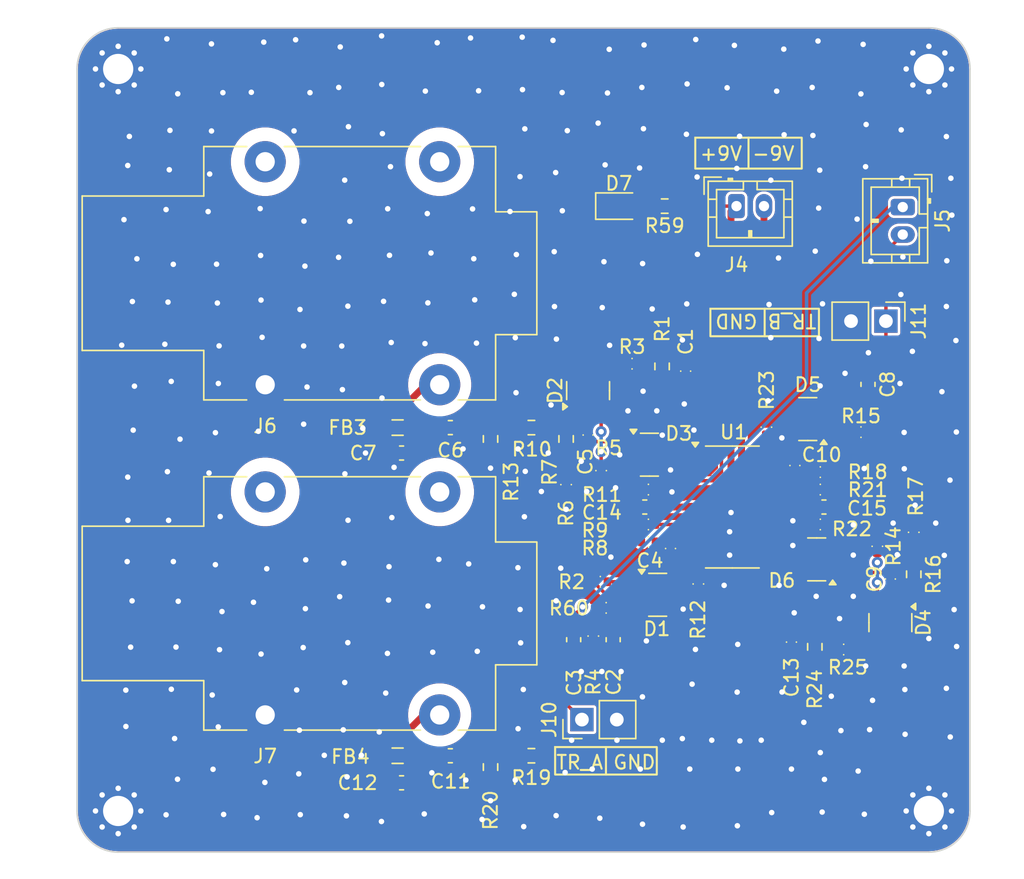
<source format=kicad_pcb>
(kicad_pcb (version 20241229) (generator "pcbnew") (generator_version "9.0")
  (layers (0 "F.Cu" signal) (4 "In1.Cu" power) (6 "In2.Cu" power) (2 "B.Cu" signal) (13 "F.Paste" user) (15 "B.Paste" user) (5 "F.SilkS" user "F.Silkscreen") (7 "B.SilkS" user "B.Silkscreen") (1 "F.Mask" user) (3 "B.Mask" user) (25 "Edge.Cuts" user))
  (net 0 "")
  (net 1 "GND")
  (net 2 "/TriggerPair/TRIG_A_OUT")
  (net 3 "/TriggerPair/TRIG_A_IN")
  (net 4 "Net-(C4-Pad2)")
  (net 5 "Net-(C6-Pad2)")
  (net 6 "/TriggerPair/TRIG_B_OUT")
  (net 7 "Net-(C9-Pad2)")
  (net 8 "Net-(C10-Pad2)")
  (net 9 "/TriggerPair/TRIG_B_IN")
  (net 10 "+9V")
  (net 11 "-9V")
  (net 12 "Net-(D7-A)")
  (net 13 "Net-(D1-A)")
  (net 14 "Net-(C6-Pad1)")
  (net 15 "Net-(C11-Pad1)")
  (net 16 "Net-(D6-A)")
  (net 17 "Net-(D2-A)")
  (net 18 "Net-(D2-K-Pad1)")
  (net 19 "Net-(D4-A)")
  (net 20 "Net-(D4-K-Pad1)")
  (net 21 "Net-(D3-A)")
  (net 22 "Net-(U1A--)")
  (net 23 "Net-(U1B--)")
  (net 24 "Net-(C5-Pad2)")
  (net 25 "Net-(U1C--)")
  (net 26 "Net-(U1D--)")
  (net 27 "Net-(C11-Pad2)")
  (net 28 "Net-(D3-K-Pad3)")
  (net 29 "Net-(D6-K-Pad3)")
  (net 30 "Net-(U1B-+)")
  (net 31 "Net-(U1D-+)")
  (footprint "R_0402_custom:R_0402_1005Metric" (layer "F.Cu") (at 127.257849 75.210791)
    (property "Reference" "R25")
    (property "Value" "10k")
  )
  (footprint "C_0402_custom:C_0402_1005Metric" (layer "F.Cu") (at 123.457849 74.670791 -90)
    (property "Reference" "C13")
    (property "Value" "22pF")
  )
  (footprint "Resistor_SMD:R_0603_1608Metric" (layer "F.Cu") (at 101.557849 83.765791 90)
    (property "Reference" "R20")
    (property "Value" "100k")
  )
  (footprint "C_0402_custom:C_0402_1005Metric" (layer "F.Cu") (at 108.657849 59.600791 -90)
    (property "Reference" "C5")
    (property "Value" "22pF")
  )
  (footprint "Inductor_SMD:L_0805_2012Metric" (layer "F.Cu") (at 94.795349 82.940791)
    (property "Reference" "FB4")
    (property "Value" "FerriteBead_Small")
  )
  (footprint "R_0402_custom:R_0402_1005Metric" (layer "F.Cu") (at 125.557849 63.570791 180)
    (property "Reference" "R21")
    (property "Value" "22k")
  )
  (footprint "R_0402_custom:R_0402_1005Metric" (layer "F.Cu") (at 116.682849 70.440791 90)
    (property "Reference" "R12")
    (property "Value" "22k")
  )
  (footprint "Resistor_SMD:R_0603_1608Metric" (layer "F.Cu") (at 101.557849 59.885791 90)
    (property "Reference" "R13")
    (property "Value" "100k")
  )
  (footprint "LED_SMD:LED_0805_2012Metric" (layer "F.Cu") (at 110.895349 42.940791)
    (property "Reference" "D7")
    (property "Value" "KT-0805G")
  )
  (footprint "R_0402_custom:R_0402_1005Metric" (layer "F.Cu") (at 128.517849 59.390791)
    (property "Reference" "R15")
    (property "Value" "22k")
  )
  (footprint "C_0402_custom:C_0402_1005Metric" (layer "F.Cu") (at 130.657849 70.080791 90)
    (property "Reference" "C9")
    (property "Value" "22pF")
  )
  (footprint "Capacitor_SMD:C_0603_1608Metric" (layer "F.Cu") (at 112.782849 64.840791 180)
    (property "Reference" "C14")
    (property "Value" "1uF")
  )
  (footprint "Inductor_SMD:L_0805_2012Metric" (layer "F.Cu") (at 94.795349 59.060791)
    (property "Reference" "FB3")
    (property "Value" "FerriteBead_Small")
  )
  (footprint "MountingHole:MountingHole_2.2mm_M2_Pad_Via" (layer "F.Cu") (at 74.457849 32.960791)
    (property "Reference" "H1" (hide yes))
    (property "Value" "MountingHole_Pad")
  )
  (footprint "Package_TO_SOT_SMD:SOT-23" (layer "F.Cu") (at 113.720349 71.228291)
    (property "Reference" "D1")
    (property "Value" "BAV99,215")
  )
  (footprint "Package_TO_SOT_SMD:SOT-23" (layer "F.Cu") (at 125.295349 68.650791 180)
    (property "Reference" "D6")
    (property "Value" "BAV99,215")
  )
  (footprint "R_0402_custom:R_0402_1005Metric" (layer "F.Cu") (at 132.357849 66.680791 -90)
    (property "Reference" "R17")
    (property "Value" "1k")
  )
  (footprint "Resistor_SMD:R_0603_1608Metric" (layer "F.Cu") (at 125.157849 75.015791 90)
    (property "Reference" "R24")
    (property "Value" "68k")
  )
  (footprint "R_0402_custom:R_0402_1005Metric" (layer "F.Cu") (at 111.857849 54.410791 180)
    (property "Reference" "R3")
    (property "Value" "10k")
  )
  (footprint "Resistor_SMD:R_0603_1608Metric" (layer "F.Cu") (at 114.232849 42.940791 180)
    (property "Reference" "R59")
    (property "Value" "1.5k")
  )
  (footprint "Capacitor_SMD:C_0603_1608Metric" (layer "F.Cu") (at 98.632849 82.940791)
    (property "Reference" "C11")
    (property "Value" "220nF")
  )
  (footprint "Connector_Audio:Jack_6.35mm_Neutrik_NMJ4HFD2_Horizontal" (layer "F.Cu") (at 97.857849 55.940791 180)
    (property "Reference" "J6")
    (property "Value" "AudioJack2")
  )
  (footprint "C_0402_custom:C_0402_1005Metric" (layer "F.Cu") (at 114.657849 67.860791 -90)
    (property "Reference" "C4")
    (property "Value" "22pF")
  )
  (footprint "Connector_JST:JST_PH_B2B-PH-K_1x02_P2.00mm_Vertical" (layer "F.Cu") (at 119.457849 42.940791)
    (property "Reference" "J4")
    (property "Value" "Conn_01x02_Pin")
  )
  (footprint "R_0402_custom:R_0402_1005Metric" (layer "F.Cu") (at 121.632849 59.030791 -90)
    (property "Reference" "R23")
    (property "Value" "22k")
  )
  (footprint "R_0402_custom:R_0402_1005Metric" (layer "F.Cu") (at 109.607849 62.190791 -90)
    (property "Reference" "R5")
    (property "Value" "10k")
  )
  (footprint "Resistor_SMD:R_0603_1608Metric" (layer "F.Cu") (at 107.057849 59.885791 90)
    (property "Reference" "R7")
    (property "Value" "68k")
  )
  (footprint "Capacitor_SMD:C_0603_1608Metric" (layer "F.Cu") (at 129.027849 55.915793 -90)
    (property "Reference" "C8")
    (property "Value" "220nF")
  )
  (footprint "R_0402_custom:R_0402_1005Metric" (layer "F.Cu") (at 125.557849 62.300791 180)
    (property "Reference" "R18")
    (property "Value" "22k")
  )
  (footprint "R_0402_custom:R_0402_1005Metric" (layer "F.Cu") (at 109.972849 72.178291 180)
    (property "Reference" "R60")
    (property "Value" "100")
  )
  (footprint "MountingHole:MountingHole_2.2mm_M2_Pad_Via" (layer "F.Cu") (at 133.457849 32.960791)
    (property "Reference" "H2" (hide yes))
    (property "Value" "MountingHole_Pad")
  )
  (footprint "Resistor_SMD:R_0603_1608Metric" (layer "F.Cu") (at 104.532849 59.060791 180)
    (property "Reference" "R10")
    (property "Value" "100k")
  )
  (footprint "R_0402_custom:R_0402_1005Metric" (layer "F.Cu") (at 125.557849 66.110791 180)
    (property "Reference" "R22")
    (property "Value" "1k")
  )
  (footprint "Connector_PinHeader_2.54mm:PinHeader_1x02_P2.54mm_Vertical" (layer "F.Cu") (at 130.332849 51.310791 -90)
    (property "Reference" "J11")
    (property "Value" "Conn_01x02_Pin")
  )
  (footprint "R_0402_custom:R_0402_1005Metric" (layer "F.Cu") (at 113.047849 63.570791)
    (property "Reference" "R11")
    (property "Value" "1k")
  )
  (footprint "Capacitor_SMD:C_0603_1608Metric" (layer "F.Cu") (at 125.822849 64.840791)
    (property "Reference" "C15")
    (property "Value" "1uF")
  )
  (footprint "R_0402_custom:R_0402_1005Metric" (layer "F.Cu") (at 129.707849 67.700791 -90)
    (property "Reference" "R14")
    (property "Value" "10k")
  )
  (footprint "R_0402_custom:R_0402_1005Metric" (layer "F.Cu") (at 109.037849 74.230791 90)
    (property "Reference" "R4")
    (property "Value" "100")
  )
  (footprint "Capacitor_SMD:C_0603_1608Metric" (layer "F.Cu") (at 107.607849 74.495791 90)
    (property "Reference" "C3")
    (property "Value" "1nF")
  )
  (footprint "Package_TO_SOT_SMD:SOT-23" (layer "F.Cu") (at 124.645349 58.440791 180)
    (property "Reference" "D5")
    (property "Value" "BAV99,215")
  )
  (footprint "R_0402_custom:R_0402_1005Metric" (layer "F.Cu") (at 113.047849 67.380791)
    (property "Reference" "R8")
    (property "Value" "22k")
  )
  (footprint "Package_TO_SOT_SMD:SOT-23" (layer "F.Cu") (at 130.657849 73.253291 -90)
    (property "Reference" "D4")
    (property "Value" "BAV99,215")
  )
  (footprint "C_0402_custom:C_0402_1005Metric" (layer "F.Cu") (at 115.757849 54.950791 90)
    (property "Reference" "C1")
    (property "Value" "22pF")
  )
  (footprint "Capacitor_SMD:C_0603_1608Metric" (layer "F.Cu") (at 95.082849 84.910791)
    (property "Reference" "C12")
    (property "Value" "100pF")
  )
  (footprint "Connector_PinHeader_2.54mm:PinHeader_1x02_P2.54mm_Vertical" (layer "F.Cu") (at 108.207849 80.310791 90)
    (property "Reference" "J10")
    (property "Value" "Conn_01x02_Pin")
  )
  (footprint "Capacitor_SMD:C_0603_1608Metric" (layer "F.Cu") (at 95.082849 60.910791)
    (property "Reference" "C7")
    (property "Value" "100pF")
  )
  (footprint "Capacitor_SMD:C_0603_1608Metric" (layer "F.Cu") (at 98.632849 59.060791)
    (property "Reference" "C6")
    (property "Value" "220nF")
  )
  (footprint "R_0402_custom:R_0402_1005Metric" (layer "F.Cu") (at 109.547849 70.278291 180)
    (property "Reference" "R2")
    (property "Value" "22k")
  )
  (footprint "C_0402_custom:C_0402_1005Metric" (layer "F.Cu") (at 123.707849 61.820791 90)
    (property "Reference" "C10")
    (property "Value" "22pF")
  )
  (footprint "Package_TO_SOT_SMD:SOT-23" (layer "F.Cu") (at 108.657849 56.368291 90)
    (property "Reference" "D2")
    (property "Value" "BAV99,215")
  )
  (footprint "Resistor_SMD:R_0603_1608Metric" (layer "F.Cu") (at 132.357849 69.735791 -90)
    (property "Reference" "R16")
    (property "Value" "68k")
  )
  (footprint "Resistor_SMD:R_0603_1608Metric" (layer "F.Cu") (at 114.042849 54.605791 -90)
    (property "Reference" "R1")
    (property "Value" "68k")
  )
  (footprint "MountingHole:MountingHole_2.2mm_M2_Pad_Via" (layer "F.Cu") (at 74.457849 86.960791)
    (property "Reference" "H4" (hide yes))
    (property "Value" "MountingHole_Pad")
  )
  (footprint "Package_TO_SOT_SMD:SOT-23" (layer "F.Cu") (at 113.120349 61.030791)
    (property "Reference" "D3")
    (property "Value" "BAV99,215")
  )
  (footprint "Package_SO:SOIC-14_3.9x8.7mm_P1.27mm" (layer "F.Cu") (at 119.157849 64.840791)
    (property "Reference" "U1")
    (property "Value" "LM2902PWR")
  )
  (footprint "Connector_Audio:Jack_6.35mm_Neutrik_NMJ4HFD2_Horizontal" (layer "F.Cu") (at 97.857849 79.970791 180)
    (property "Reference" "J7")
    (property "Value" "AudioJack2")
  )
  (footprint "R_0402_custom:R_0402_1005Metric" (layer "F.Cu") (at 113.047849 66.110791)
    (property "Reference" "R9")
    (property "Value" "22k")
  )
  (footprint "Connector_JST:JST_PH_B2B-PH-K_1x02_P2.00mm_Vertical" (layer "F.Cu") (at 131.557849 43.010791 -90)
    (property "Reference" "J5")
    (property "Value" "Conn_01x02_Pin")
  )
  (footprint "Capacitor_SMD:C_0603_1608Metric" (layer "F.Cu") (at 110.482849 74.495791 90)
    (property "Reference" "C2")
    (property "Value" "220nF")
  )
  (footprint "MountingHole:MountingHole_2.2mm_M2_Pad_Via" (layer "F.Cu") (at 133.457849 86.960791)
    (property "Reference" "H3" (hide yes))
    (property "Value" "MountingHole_Pad")
  )
  (footprint "R_0402_custom:R_0402_1005Metric" (layer "F.Cu") (at 107.057849 63.210791 90)
    (property "Reference" "R6")
    (property "Value" "1k")
  )
  (footprint "Resistor_SMD:R_0603_1608Metric" (layer "F.Cu") (at 104.532849 82.940791 180)
    (property "Reference" "R19")
    (property "Value" "100k")
  )
  (gr_line (start 109.957849 84.310791) (end 109.957849 82.310791) (stroke (width 0.15)) (layer "F.SilkS"))
  (gr_rect (start 106.257849 82.310791) (end 113.657849 84.310791) (stroke (width 0.15)) (fill no) (layer "F.SilkS"))
  (gr_rect (start 116.457849 37.960791) (end 124.207849 40.210791) (stroke (width 0.15)) (fill no) (layer "F.SilkS"))
  (gr_line (start 121.507849 50.410791) (end 121.507849 52.410791) (stroke (width 0.15)) (layer "F.SilkS"))
  (gr_rect (start 125.457849 52.410791) (end 117.557849 50.410791) (stroke (width 0.15)) (fill no) (layer "F.SilkS"))
  (gr_line (start 120.332849 40.210791) (end 120.332849 37.960791) (stroke (width 0.15)) (layer "F.SilkS"))
  (gr_arc (start 74.457849 89.960791) (mid 72.336529 89.082111) (end 71.457849 86.960791) (stroke (width 0.1)) (layer "Edge.Cuts"))
  (gr_arc (start 136.457849 86.960791) (mid 135.579169 89.082111) (end 133.457849 89.960791) (stroke (width 0.1)) (layer "Edge.Cuts"))
  (gr_arc (start 133.457849 29.960791) (mid 135.579169 30.839471) (end 136.457849 32.960791) (stroke (width 0.1)) (layer "Edge.Cuts"))
  (gr_line (start 74.457849 89.960791) (end 133.457849 89.960791) (stroke (width 0.1)) (layer "Edge.Cuts"))
  (gr_line (start 74.457849 29.960791) (end 133.457849 29.960791) (stroke (width 0.1)) (layer "Edge.Cuts"))
  (gr_line (start 136.457849 86.960791) (end 136.457849 32.960791) (stroke (width 0.1)) (layer "Edge.Cuts"))
  (gr_arc (start 71.457849 32.960791) (mid 72.336529 30.839471) (end 74.457849 29.960791) (stroke (width 0.1)) (layer "Edge.Cuts"))
  (gr_line (start 71.457849 86.960791) (end 71.457849 32.960791) (stroke (width 0.1)) (layer "Edge.Cuts"))
  (gr_text "TR_A GND" (at 106.257849 84.010791 0) (layer "F.SilkS") (effects (font (size 1 1)) (justify left bottom)))
  (gr_text "+9V -9V" (at 116.707849 39.710791 0) (layer "F.SilkS") (effects (font (size 1 1)) (justify left bottom)))
  (gr_text "TR_B GND" (at 125.357849 50.710791 180) (layer "F.SilkS") (effects (font (size 1 1)) (justify left bottom)))
  (via (at 81.834417 75.222246) (size 0.8) (drill 0.4) (layers "F.Cu" "B.Cu") (net 1))
  (via (at 133.957849 66.010791) (size 0.8) (drill 0.4) (layers "F.Cu" "B.Cu") (net 1))
  (via (at 127.957849 66.140791) (size 0.8) (drill 0.4) (layers "F.Cu" "B.Cu") (net 1))
  (via (at 119.478756 40.199528) (size 0.8) (drill 0.4) (layers "F.Cu" "B.Cu") (net 1))
  (via (at 125.466189 52.574139) (size 0.8) (drill 0.4) (layers "F.Cu" "B.Cu") (net 1))
  (via (at 78.563335 81.68919) (size 0.8) (drill 0.4) (layers "F.Cu" "B.Cu") (net 1))
  (via (at 119.521082 88.037856) (size 0.8) (drill 0.4) (layers "F.Cu" "B.Cu") (net 1))
  (via (at 93.657849 56.910791) (size 0.8) (drill 0.4) (layers "F.Cu" "B.Cu") (net 1))
  (via (at 90.958513 62.424699) (size 0.8) (drill 0.4) (layers "F.Cu" "B.Cu") (net 1))
  (via (at 112.730718 31.213834) (size 0.8) (drill 0.4) (layers "F.Cu" "B.Cu") (net 1))
  (via (at 112.403904 40.167804) (size 0.8) (drill 0.4) (layers "F.Cu" "B.Cu") (net 1))
  (via (at 123.457849 83.910791) (size 0.8) (drill 0.4) (layers "F.Cu" "B.Cu") (net 1))
  (via (at 103.972335 88.097978) (size 0.8) (drill 0.4) (layers "F.Cu" "B.Cu") (net 1))
  (via (at 106.103837 30.878605) (size 0.8) (drill 0.4) (layers "F.Cu" "B.Cu") (net 1))
  (via (at 81.74193 80.843925) (size 0.8) (drill 0.4) (layers "F.Cu" "B.Cu") (net 1))
  (via (at 106.352327 52.618243) (size 0.8) (drill 0.4) (layers "F.Cu" "B.Cu") (net 1))
  (via (at 90.620295 31.356965) (size 0.8) (drill 0.4) (layers "F.Cu" "B.Cu") (net 1))
  (via (at 121.257849 81.810791) (size 0.8) (drill 0.4) (layers "F.Cu" "B.Cu") (net 1))
  (via (at 81.61861 47.166927) (size 0.8) (drill 0.4) (layers "F.Cu" "B.Cu") (net 1))
  (via (at 115.657849 57.340791) (size 0.8) (drill 0.4) (layers "F.Cu" "B.Cu") (net 1))
  (via (at 131.495799 40.909256) (size 0.8) (drill 0.4) (layers "F.Cu" "B.Cu") (net 1))
  (via (at 97.676152 31.051996) (size 0.8) (drill 0.4) (layers "F.Cu" "B.Cu") (net 1))
  (via (at 122.757849 59.810791) (size 0.8) (drill 0.4) (layers "F.Cu" "B.Cu") (net 1))
  (via (at 106.665528 69.291999) (size 0.8) (drill 0.4) (layers "F.Cu" "B.Cu") (net 1))
  (via (at 131.66773 62.057297) (size 0.8) (drill 0.4) (layers "F.Cu" "B.Cu") (net 1))
  (via (at 99.557849 60.610791) (size 0.8) (drill 0.4) (layers "F.Cu" "B.Cu") (net 1))
  (via (at 93.619627 87.726597) (size 0.8) (drill 0.4) (layers "F.Cu" "B.Cu") (net 1))
  (via (at 87.923058 75.067598) (size 0.8) (drill 0.4) (layers "F.Cu" "B.Cu") (net 1))
  (via (at 128.510867 34.773958) (size 0.8) (drill 0.4) (layers "F.Cu" "B.Cu") (net 1))
  (via (at 78.084371 49.92725) (size 0.8) (drill 0.4) (layers "F.Cu" "B.Cu") (net 1))
  (via (at 81.362433 83.927235) (size 0.8) (drill 0.4) (layers "F.Cu" "B.Cu") (net 1))
  (via (at 78.326437 78.102628) (size 0.8) (drill 0.4) (layers "F.Cu" "B.Cu") (net 1))
  (via (at 115.515642 81.693507) (size 0.8) (drill 0.4) (layers "F.Cu" "B.Cu") (net 1))
  (via (at 127.957849 71.340791) (size 0.8) (drill 0.4) (layers "F.Cu" "B.Cu") (net 1))
  (via (at 81.532233 69.036039) (size 0.8) (drill 0.4) (layers "F.Cu" "B.Cu") (net 1))
  (via (at 94.073498 43.134995) (size 0.8) (drill 0.4) (layers "F.Cu" "B.Cu") (net 1))
  (via (at 99.757849 84.710791) (size 0.8) (drill 0.4) (layers "F.Cu" "B.Cu") (net 1))
  (via (at 128.234502 43.887131) (size 0.8) (drill 0.4) (layers "F.Cu" "B.Cu") (net 1))
  (via (at 78.793629 34.768581) (size 0.8) (drill 0.4) (layers "F.Cu" "B.Cu") (net 1))
  (via (at 103.551529 69.255906) (size 0.8) (drill 0.4) (layers "F.Cu" "B.Cu") (net 1))
  (via (at 131.419405 49.372011) (size 0.8) (drill 0.4) (layers "F.Cu" "B.Cu") (net 1))
  (via (at 116.227652 77.731702) (size 0.8) (drill 0.4) (layers "F.Cu" "B.Cu") (net 1))
  (via (at 96.954752 43.484157) (size 0.8) (drill 0.4) (layers "F.Cu" "B.Cu") (net 1))
  (via (at 93.629768 30.55505) (size 0.8) (drill 0.4) (layers "F.Cu" "B.Cu") (net 1))
  (via (at 109.687927 50.325772) (size 0.8) (drill 0.4) (layers "F.Cu" "B.Cu") (net 1))
  (via (at 87.256494 37.467411) (size 0.8) (drill 0.4) (layers "F.Cu" "B.Cu") (net 1))
  (via (at 121.95622 41.054388) (size 0.8) (drill 0.4) (layers "F.Cu" "B.Cu") (net 1))
  (via (at 84.791658 43.123061) (size 0.8) (drill 0.4) (layers "F.Cu" "B.Cu") (net 1))
  (via (at 125.257849 71.340791) (size 0.8) (drill 0.4) (layers "F.Cu" "B.Cu") (net 1))
  (via (at 77.944755 87.239392) (size 0.8) (drill 0.4) (layers "F.Cu" "B.Cu") (net 1))
  (via (at 131.657849 59.410791) (size 0.8) (drill 0.4) (layers "F.Cu" "B.Cu") (net 1))
  (via (at 115.575714 88.126738) (size 0.8) (drill 0.4) (layers "F.Cu" "B.Cu") (net 1))
  (via (at 129.145445 81.041515) (size 0.8) (drill 0.4) (layers "F.Cu" "B.Cu") (net 1))
  (via (at 122.019577 87.076963) (size 0.8) (drill 0.4) (layers "F.Cu" "B.Cu") (net 1))
  (via (at 88.203319 56.106103) (size 0.8) (drill 0.4) (layers "F.Cu" "B.Cu") (net 1))
  (via (at 93.929301 78.381355) (size 0.8) (drill 0.4) (layers "F.Cu" "B.Cu") (net 1))
  (via (at 103.557849 60.610791) (size 0.8) (drill 0.4) (layers "F.Cu" "B.Cu") (net 1))
  (via (at 116.612135 46.449654) (size 0.8) (drill 0.4) (layers "F.Cu" "B.Cu") (net 1))
  (via (at 97.286855 84.182072) (size 0.8) (drill 0.4) (layers "F.Cu" "B.Cu") (net 1))
  (via (at 110.068158 34.708536) (size 0.8) (drill 0.4) (layers "F.Cu" "B.Cu") (net 1))
  (via (at 87.955695 53.120537) (size 0.8) (drill 0.4) (layers "F.Cu" "B.Cu") (net 1))
  (via (at 75.551681 59.246053) (size 0.8) (drill 0.4) (layers "F.Cu" "B.Cu") (net 1))
  (via (at 97.011248 72.044029) (size 0.8) (drill 0.4) (layers "F.Cu" "B.Cu") (net 1))
  (via (at 78 30.77) (size 0.8) (drill 0.4) (layers "F.Cu" "B.Cu") (net 1))
  (via (at 130.857849 66.010791) (size 0.8) (drill 0.4) (layers "F.Cu" "B.Cu") (net 1))
  (via (at 109.811366 46.987531) (size 0.8) (drill 0.4) (layers "F.Cu" "B.Cu") (net 1))
  (via (at 90.944014 41.051452) (size 0.8) (drill 0.4) (layers "F.Cu" "B.Cu") (net 1))
  (via (at 127.357849 55.110791) (size 0.8) (drill 0.4) (layers "F.Cu" "B.Cu") (net 1))
  (via (at 135.478828 74.990996) (size 0.8) (drill 0.4) (layers "F.Cu" "B.Cu") (net 1))
  (via (at 127.057849 81.110791) (size 0.8) (drill 0.4) (layers "F.Cu" "B.Cu") (net 1))
  (via (at 134.408124 56.445857) (size 0.8) (drill 0.4) (layers "F.Cu" "B.Cu") (net 1))
  (via (at 81.00427 43.338088) (size 0.8) (drill 0.4) (layers "F.Cu" "B.Cu") (net 1))
  (via (at 82.013649 72.448214) (size 0.8) (drill 0.4) (layers "F.Cu" "B.Cu") (net 1))
  (via (at 125.557849 82.710791) (size 0.8) (drill 0.4) (layers "F.Cu" "B.Cu") (net 1))
  (via (at 129.357849 78.910791) (size 0.8) (drill 0.4) (layers "F.Cu" "B.Cu") (net 1))
  (via (at 103.437909 46.466423) (size 0.8) (drill 0.4) (layers "F.Cu" "B.Cu") (net 1))
  (via (at 91.170344 74.710156) (size 0.8) (drill 0.4) (layers "F.Cu" "B.Cu") (net 1))
  (via (at 114.057849 81.810791) (size 0.8) (drill 0.4) (layers "F.Cu" "B.Cu") (net 1))
  (via (at 110.957849 61.040791) (size 0.8) (drill 0.4) (layers "F.Cu" "B.Cu") (net 1))
  (via (at 93.772778 49.872181) (size 0.8) (drill 0.4) (layers "F.Cu" "B.Cu") (net 1))
  (via (at 90.886133 68.92045) (size 0.8) (drill 0.4) (layers "F.Cu" "B.Cu") (net 1))
  (via (at 122.898444 31.516311) (size 0.8) (drill 0.4) (layers "F.Cu" "B.Cu") (net 1))
  (via (at 108.957849 83.910791) (size 0.8) (drill 0.4) (layers "F.Cu" "B.Cu") (net 1))
  (via (at 134.733093 78.034854) (size 0.8) (drill 0.4) (layers "F.Cu" "B.Cu") (net 1))
  (via (at 128.752904 62.03786) (size 0.8) (drill 0.4) (layers "F.Cu" "B.Cu") (net 1))
  (via (at 108.557849 63.710791) (size 0.8) (drill 0.4) (layers "F.Cu" "B.Cu") (net 1))
  (via (at 135.131404 43.597679) (size 0.8) (drill 0.4) (layers "F.Cu" "B.Cu") (net 1))
  (via (at 97.222744 46.352794) (size 0.8) (drill 0.4) (layers "F.Cu" "B.Cu") (net 1))
  (via (at 99.967522 68.980993) (size 0.8) (drill 0.4) (layers "F.Cu" "B.Cu") (net 1))
  (via (at 115.839238 50.058005) (size 0.8) (drill 0.4) (layers "F.Cu" "B.Cu") (net 1))
  (via (at 96.786167 52.947076) (size 0.8) (drill 0.4) (layers "F.Cu" "B.Cu") (net 1))
  (via (at 78.473787 68.810057) (size 0.8) (drill 0.4) (layers "F.Cu" "B.Cu") (net 1))
  (via (at 134.995539 62.883987) (size 0.8) (drill 0.4) (layers "F.Cu" "B.Cu") (net 1))
  (via (at 135.295895 72.30548) (size 0.8) (drill 0.4) (layers "F.Cu" "B.Cu") (net 1))
  (via (at 133.457849 74.410791) (size 0.8) (drill 0.4) (layers "F.Cu" "B.Cu") (net 1))
  (via (at 112.899354 74.583521) (size 0.8) (drill 0.4) (layers "F.Cu" "B.Cu") (net 1))
  (via (at 104.021479 65.547195) (size 0.8) (drill 0.4) (layers "F.Cu" "B.Cu") (net 1))
  (via (at 88.107225 68.684716) (size 0.8) (drill 0.4) (layers "F.Cu" "B.Cu") (net 1))
  (via (at 97.797135 68.650806) (size 0.8) (drill 0.4) (layers "F.Cu" "B.Cu") (net 1))
  (via (at 75.365177 75.037885) (size 0.8) (drill 0.4) (layers "F.Cu" "B.Cu") (net 1))
  (via (at 110.657849 63.440791) (size 0.8) (drill 0.4) (layers "F.Cu" "B.Cu") (net 1))
  (via (at 94.275924 40.071433) (size 0.8) (drill 0.4) (layers "F.Cu" "B.Cu") (net 1))
  (via (at 90.946431 77.61072) (size 0.8) (drill 0.4) (layers "F.Cu" "B.Cu") (net 1))
  (via (at 124.965428 34.304695) (size 0.8) (drill 0.4) (layers "F.Cu" "B.Cu") (net 1))
  (via (at 106.781426 43.279809) (size 0.8) (drill 0.4) (layers "F.Cu" "B.Cu") (net 1))
  (via (at 112.617596 87.922767) (size 0.8) (drill 0.4) (layers "F.Cu" "B.Cu") (net 1))
  (via (at 87.448753 78.155196) (size 0.8) (drill 0.4) (layers "F.Cu" "B.Cu") (net 1))
  (via (at 105.957849 57.410791) (size 0.8) (drill 0.4) (layers "F.Cu" "B.Cu") (net 1))
  (via (at 103.942758 78.118795) (size 0.8) (drill 0.4) (layers "F.Cu" "B.Cu") (net 1))
  (via (at 91.114664 84.477976) (size 0.8) (drill 0.4) (layers "F.Cu" "B.Cu") (net 1))
  (via (at 122.381463 34.574787) (size 0.8) (drill 0.4) (layers "F.Cu" "B.Cu") (net 1))
  (via (at 128.312034 84.055764) (size 0.8) (drill 0.4) (layers "F.Cu" "B.Cu") (net 1))
  (via (at 112.457849 83.910791) (size 0.8) (drill 0.4) (layers "F.Cu" "B.Cu") (net 1))
  (via (at 103.357849 84.710791) (size 0.8) (drill 0.4) (layers "F.Cu" "B.Cu") (net 1))
  (via (at 77.854233 52.993224) (size 0.8) (drill 0.4) (layers "F.Cu" "B.Cu") (net 1))
  (via (at 92.157849 82.910791) (size 0.8) (drill 0.4) (layers "F.Cu" "B.Cu") (net 1))
  (via (at 113.657849 57.840791) (size 0.8) (drill 0.4) (layers "F.Cu" "B.Cu") (net 1))
  (via (at 75.82109 46.774977) (size 0.8) (drill 0.4) (layers "F.Cu" "B.Cu") (net 1))
  (via (at 125.69253 87.040014) (size 0.8) (drill 0.4) (layers "F.Cu" "B.Cu") (net 1))
  (via (at 119.682255 37.859188) (size 0.8) (drill 0.4) (layers "F.Cu" "B.Cu") (net 1))
  (via (at 115.863313 34.049697) (size 0.8) (drill 0.4) (layers "F.Cu" "B.Cu") (net 1))
  (via (at 122.557849 70.540791) (size 0.8) (drill 0.4) (layers "F.Cu" "B.Cu") (net 1))
  (via (at 87.371573 30.835381) (size 0.8) (drill 0.4) (layers "F.Cu" "B.Cu") (net 1))
  (via (at 109.896852 39.939592) (size 0.8) (drill 0.4) (layers "F.Cu" "B.Cu") (net 1))
  (via (at 112.6239 47.121844) (size 0.8) (drill 0.4) (layers "F.Cu" "B.Cu") (net 1))
  (via (at 97.351284 75.406874) (size 0.8) (drill 0.4) (layers "F.Cu" "B.Cu") (net 1))
  (via (at 102.974567 43.334064) (size 0.8) (drill 0.4) (layers "F.Cu" "B.Cu") (net 1))
  (via (at 84.660521 59.327955) (size 0.8) (drill 0.4) (layers "F.Cu" "B.Cu") (net 1))
  (via (at 100.689358 34.548386) (size 0.8) (drill 0.4) (layers "F.Cu" "B.Cu") (net 1))
  (via (at 110.223824 53.071516) (size 0.8) (drill 0.4) (layers "F.Cu" "B.Cu") (net 1))
  (via (at 92.257849 59.110791) (size 0.8) (drill 0.4) (layers "F.Cu" "B.Cu") (net 1))
  (via (at 106.330975 87.299488) (size 0.8) (drill 0.4) (layers "F.Cu" "B.Cu") (net 1))
  (via (at 118.557849 70.540791) (size 0.8) (drill 0.4) (layers "F.Cu" "B.Cu") (net 1))
  (via (at 128.852292 40.072802) (size 0.8) (drill 0.4) (layers "F.Cu" "B.Cu") (net 1))
  (via (at 108.157849 76.810791) (size 0.8) (drill 0.4) (layers "F.Cu" "B.Cu") (net 1))
  (via (at 93.457849 81.210791) (size 0.8) (drill 0.4) (layers "F.Cu" "B.Cu") (net 1))
  (via (at 112.612931 78.656238) (size 0.8) (drill 0.4) (layers "F.Cu" "B.Cu") (net 1))
  (via (at 90.498997 46.66918) (size 0.8) (drill 0.4) (layers "F.Cu" "B.Cu") (net 1))
  (via (at 134.732293 50.246317) (size 0.8) (drill 0.4) (layers "F.Cu" "B.Cu") (net 1))
  (via (at 84.85655 75.540518) (size 0.8) (drill 0.4) (layers "F.Cu" "B.Cu") (net 1))
  (via (at 103.883227 34.462396) (size 0.8) (drill 0.4) (layers "F.Cu" "B.Cu") (net 1))
  (via (at 126.957849 72.960791) (size 0.8) (drill 0.4) (layers "F.Cu" "B.Cu") (net 1))
  (via (at 96.813564 34.571747) (size 0.8) (drill 0.4) (layers "F.Cu" "B.Cu") (net 1))
  (via (at 100.24873 43.146694) (size 0.8) (drill 0.4) (layers "F.Cu" "B.Cu") (net 1))
  (via (at 81.068932 62.36454) (size 0.8) (drill 0.4) (layers "F.Cu" "B.Cu") (net 1))
  (via (at 78.66596 75.032139) (size 0.8) (drill 0.4) (layers "F.Cu" "B.Cu") (net 1))
  (via (at 116.057849 83.910791) (size 0.8) (drill 0.4) (layers "F.Cu" "B.Cu") (net 1))
  (via (at 78.227226 37.429193) (size 0.8) (drill 0.4) (layers "F.Cu" "B.Cu") (net 1))
  (via (at 75.155485 39.985162) (size 0.8) (drill 0.4) (layers "F.Cu" "B.Cu") (net 1))
  (via (at 88.417195 34.684375) (size 0.8) (drill 0.4) (layers "F.Cu" "B.Cu") (net 1))
  (via (at 119.548723 74.8373) (size 0.8) (drill 0.4) (layers "F.Cu" "B.Cu") (net 1))
  (via (at 103.360232 52.516063) (size 0.8) (drill 0.4) (layers "F.Cu" "B.Cu") (net 1))
  (via (at 122.771941 78.304267) (size 0.8) (drill 0.4) (layers "F.Cu" "B.Cu") (net 1))
  (via (at 107.457849 81.810791) (size 0.8) (drill 0.4) (layers "F.Cu" "B.Cu") (net 1))
  (via (at 85.134152 84.881576) (size 0.8) (drill 0.4) (layers "F.Cu" "B.Cu") (net 1))
  (via (at 75.492099 49.884637) (size 0.8) (drill 0.4) (layers "F.Cu" "B.Cu") (net 1))
  (via (at 131.657849 76.410791) (size 0.8) (drill 0.4) (layers "F.Cu" "B.Cu") (net 1))
  (via (at 104.08542 62.245835) (size 0.8) (drill 0.4) (layers "F.Cu" "B.Cu") (net 1))
  (via (at 108.157849 61.510791) (size 0.8) (drill 0.4) (layers "F.Cu" "B.Cu") (net 1))
  (via (at 78.126146 65.810642) (size 0.8) (drill 0.4) (layers "F.Cu" "B.Cu") (net 1))
  (via (at 124.357849 80.510791) (size 0.8) (drill 0.4) (layers "F.Cu" "B.Cu") (net 1))
  (via (at 84.568623 87.450685) (size 0.8) (drill 0.4) (layers "F.Cu" "B.Cu") (net 1))
  (via (at 126.357849 78.610791) (size 0.8) (drill 0.4) (layers "F.Cu" "B.Cu") (net 1))
  (via (at 111.557849 57.840791) (size 0.8) (drill 0.4) (layers "F.Cu" "B.Cu") (net 1))
  (via (at 89.457849 82.910791) (size 0.8) (drill 0.4) (layers "F.Cu" "B.Cu") (net 1))
  (via (at 75.272291 37.870221) (size 0.8) (drill 0.4) (layers "F.Cu" "B.Cu") (net 1))
  (via (at 125.018519 37.800323) (size 0.8) (drill 0.4) (layers "F.Cu" "B.Cu") (net 1))
  (via (at 131.157849 68.310791) (size 0.8) (drill 0.4) (layers "F.Cu" "B.Cu") (net 1))
  (via (at 103.747931 74.726335) (size 0.8) (drill 0.4) (layers "F.Cu" "B.Cu") (net 1))
  (via (at 88.084325 72.238756) (size 0.8) (drill 0.4) (layers "F.Cu" "B.Cu") (net 1))
  (via (at 103.412585 56.521342) (size 0.8) (drill 0.4) (layers "F.Cu" "B.Cu") (net 1))
  (via (at 115.52023 52.682619) (size 0.8) (drill 0.4) (layers "F.Cu" "B.Cu") (net 1))
  (via (at 125.188577 46.219573) (size 0.8) (drill 0.4) (layers "F.Cu" "B.Cu") (net 1))
  (via (at 125.858727 84.662946) (size 0.8) (drill 0.4) (layers "F.Cu" "B.Cu") (net 1))
  (via (at 92.457849 60.910791) (size 0.8) (drill 0.4) (layers "F.Cu" "B.Cu") (net 1))
  (via (at 125.717927 50.051797) (size 0.8) (drill 0.4) (layers "F.Cu" "B.Cu") (net 1))
  (via (at 119.304039 31.243638) (size 0.8) (drill 0.4) (layers "F.Cu" "B.Cu") (net 1))
  (via (at 82.078827 34.684833) (size 0.8) (drill 0.4) (layers "F.Cu" "B.Cu") (net 1))
  (via (at 81.803862 53.113233) (size 0.8) (drill 0.4) (layers "F.Cu" "B.Cu") (net 1))
  (via (at 87.600616 84.259063) (size 0.8) (drill 0.4) (layers "F.Cu" "B.Cu") (net 1))
  (via (at 100.406086 49.762399) (size 0.8) (drill 0.4) (layers "F.Cu" "B.Cu") (net 1))
  (via (at 87.690574 50.462527) (size 0.8) (drill 0.4) (layers "F.Cu" "B.Cu") (net 1))
  (via (at 100.102282 30.705646) (size 0.8) (drill 0.4) (layers "F.Cu" "B.Cu") (net 1))
  (via (at 101.557849 62.010791) (size 0.8) (drill 0.4) (layers "F.Cu" "B.Cu") (net 1))
  (via (at 109.657849 76.810791) (size 0.8) (drill 0.4) (layers "F.Cu" "B.Cu") (net 1))
  (via (at 131.359533 55.850553) (size 0.8) (drill 0.4) (layers "F.Cu" "B.Cu") (net 1))
  (via (at 84.823961 46.533862) (size 0.8) (drill 0.4) (layers "F.Cu" "B.Cu") (net 1))
  (via (at 112.657849 56.410791) (size 0.8) (drill 0.4) (layers "F.Cu" "B.Cu") (net 1))
  (via (at 119.705665 81.861448) (size 0.8) (drill 0.4) (layers "F.Cu" "B.Cu") (net 1))
  (via (at 114.757849 63.740791) (size 0.8) (drill 0.4) (layers "F.Cu" "B.Cu") (net 1))
  (via (at 122.923771 37.749217) (size 0.8) (drill 0.4) (layers "F.Cu" "B.Cu") (net 1))
  (via (at 110.757849 81.810791) (size 0.8) (drill 0.4) (layers "F.Cu" "B.Cu") (net 1))
  (via (at 117.657849 81.810791) (size 0.8) (drill 0.4) (layers "F.Cu" "B.Cu") (net 1))
  (via (at 88.047944 47.308833) (size 0.8) (drill 0.4) (layers "F.Cu" "B.Cu") (net 1))
  (via (at 78.959109 59.902181) (size 0.8) (drill 0.4) (layers "F.Cu" "B.Cu") (net 1))
  (via (at 94.374578 65.607541) (size 0.8) (drill 0.4) (layers "F.Cu" "B.Cu") (net 1))
  (via (at 90.776899 56.296121) (size 0.8) (drill 0.4) (layers "F.Cu" "B.Cu") (net 1))
  (via (at 123.557849 67.640791) (size 0.8) (drill 0.4) (layers "F.Cu" "B.Cu") (net 1))
  (via (at 121.827967 50.100875) (size 0.8) (drill 0.4) (layers "F.Cu" "B.Cu") (net 1))
  (via (at 74.879894 43.925542) (size 0.8) (drill 0.4) (layers "F.Cu" "B.Cu") (net 1))
  (via (at 77.943716 43.193327) (size 0.8) (drill 0.4) (layers "F.Cu" "B.Cu") (net 1))
  (via (at 103.862235 30.645479) (size 0.8) (drill 0.4) (layers "F.Cu" "B.Cu") (net 1))
  (via (at 128.761325 87.197672) (size 0.8) (drill 0.4) (layers "F.Cu" "B.Cu") (net 1))
  (via (at 131.567054 46.644312) (size 0.8) (drill 0.4) (layers "F.Cu" "B.Cu") (net 1))
  (via (at 119.505404 78.311664) (size 0.8) (drill 0.4) (layers "F.Cu" "B.Cu") (net 1))
  (via (at 78.777148 84.650664) (size 0.8) (drill 0.4) (layers "F.Cu" "B.Cu") (net 1))
  (via (at 100.533005 52.9121) (size 0.8) (drill 0.4) (layers "F.Cu" "B.Cu") (net 1))
  (via (at 131.728764 81.380027) (size 0.8) (drill 0.4) (layers "F.Cu" "B.Cu") (net 1))
  (via (at 100.337023 46.771632) (size 0.8) (drill 0.4) (layers "F.Cu" "B.Cu") (net 1))
  (via (at 131.710218 78.122209) (size 0.8) (drill 0.4) (layers "F.Cu" "B.Cu") (net 1))
  (via (at 105.757849 60.910791) (size 0.8) (drill 0.4) (layers "F.Cu" "B.Cu") (net 1))
  (via (at 84.305541 71.772859) (size 0.8) (drill 0.4) (layers "F.Cu" "B.Cu") (net 1))
  (via (at 114.057849 59.610791) (size 0.8) (drill 0.4) (layers "F.Cu" "B.Cu") (net 1))
  (via (at 128.673599 31.169089) (size 0.8) (drill 0.4) (layers "F.Cu" "B.Cu") (net 1))
  (via (at 116.590763 40.821261) (size 0.8) (drill 0.4) (layers "F.Cu" "B.Cu") (net 1))
  (via (at 129.057849 53.610791) (size 0.8) (drill 0.4) (layers "F.Cu" "B.Cu") (net 1))
  (via (at 103.562606 80.975151) (size 0.8) (drill 0.4) (layers "F.Cu" "B.Cu") (net 1))
  (via (at 135.426318 52.723536) (size 0.8) (drill 0.4) (layers "F.Cu" "B.Cu") (net 1))
  (via (at 114.657849 62.140791) (size 0.8) (drill 0.4) (layers "F.Cu" "B.Cu") (net 1))
  (via (at 84.148354 34.657051) (size 0.8) (drill 0.4) (layers "F.Cu" "B.Cu") (net 1))
  (via (at 135.058681 40.912823) (size 0.8) (drill 0.4) (layers "F.Cu" "B.Cu") (net 1))
  (via (at 122.515476 46.719067) (size 0.8) (drill 0.4) (layers "F.Cu" "B.Cu") (net 1))
  (via (at 81.250391 37.473809) (size 0.8) (drill 0.4) (layers "F.Cu" "B.Cu") (net 1))
  (via (at 100.970943 72.10268) (size 0.8) (drill 0.4) (layers "F.Cu" "B.Cu") (net 1))
  (via (at 81.883521 65.535365) (size 0.8) (drill 0.4) (layers "F.Cu" "B.Cu") (net 1))
  (via (at 85.053473 31.006235) (size 0.8) (drill 0.4) (layers "F.Cu" "B.Cu") (net 1))
  (via (at 106.191348 46.256859) (size 0.8) (drill 0.4) (layers "F.Cu" "B.Cu") (net 1))
  (via (at 104.051814 37.31866) (size 0.8) (drill 0.4) (layers "F.Cu" "B.Cu") (net 1))
  (via (at 101.557849 86.210791) (size 0.8) (drill 0.4) (layers "F.Cu" "B.Cu") (net 1))
  (via (at 107.057849 65.010791) (size 0.8) (drill 0.4) (layers "F.Cu" "B.Cu") (net 1))
  (via (at 84.854509 49.779502) (size 0.8) (drill 0.4) (layers "F.Cu" "B.Cu") (net 1))
  (via (at 85.271736 69.333007) (size 0.8) (drill 0.4) (layers "F.Cu" "B.Cu") (net 1))
  (via (at 75.113723 68.811535) (size 0.8) (drill 0.4) (layers "F.Cu" "B.Cu") (net 1))
  (via (at 111.057849 76.810791) (size 0.8) (drill 0.4) (layers "F.Cu" "B.Cu") (net 1))
  (via (at 78.469253 47.177536) (size 0.8) (drill 0.4) (layers "F.Cu" "B.Cu") (net 1))
  (via (at 103.709209 72.298389) (size 0.8) (drill 0.4) (layers "F.Cu" "B.Cu") (net 1))
  (via (at 87.977869 44.032073) (size 0.8) (drill 0.4) (layers "F.Cu" "B.Cu") (net 1))
  (via (at 134.580616 68.357992) (size 0.8) (drill 0.4) (layers "F.Cu" "B.Cu") (net 1))
  (via (at 115.576061 72.270121) (size 0.8) (drill 0.4) (layers "F.Cu" "B.Cu") (net 1))
  (via (at 81.677999 49.994459) (size 0.8) (drill 0.4) (layers "F.Cu" "B.Cu") (net 1))
  (via (at 87.711753 87.227739) (size 0.8) (drill 0.4) (layers "F.Cu" "B.Cu") (net 1))
  (via (at 106.335107 71.666039) (size 0.8) (drill 0.4) (layers "F.Cu" "B.Cu") (net 1))
  (via (at 96.734209 87.176759) (size 0.8) (drill 0.4) (layers "F.Cu" "B.Cu") (net 1))
  (via (at 93.688374 37.666961) (size 0.8) (drill 0.4) (layers "F.Cu" "B.Cu") (net 1))
  (via (at 106.210708 50.25) (size 0.8) (drill 0.4) (layers "F.Cu" "B.Cu") (net 1))
  (via (at 109.508385 87.486937) (size 0.8) (drill 0.4) (layers "F.Cu" "B.Cu") (net 1))
  (via (at 131.445592 37.393104) (size 0.8) (drill 0.4) (layers "F.Cu" "B.Cu") (net 1))
  (via (at 112.56968 34.303369) (size 0.8) (drill 0.4) (layers "F.Cu" "B.Cu") (net 1))
  (via (at 125.516212 40.327487) (size 0.8) (drill 0.4) (layers "F.Cu" "B.Cu") (net 1))
  (via (at 118.957849 66.640791) (size 0.8) (drill 0.4) (layers "F.Cu" "B.Cu") (net 1))
  (via (at 78.319834 55.698511) (size 0.8) (drill 0.4) (layers "F.Cu" "B.Cu") (net 1))
  (via (at 94.204135 46.52221) (size 0.8) (drill 0.4) (layers "F.Cu" "B.Cu") (net 1))
  (via (at 123.557849 65.840791) (size 0.8) (drill 0.4) (layers "F.Cu" "B.Cu") (net 1))
  (via (at 100.592578 75.341674) (size 0.8) (drill 0.4) (layers "F.Cu" "B.Cu") (net 1))
  (via (at 132.457849 64.710791) (size 0.8) (drill 0.4) (layers "F.Cu" "B.Cu") (net 1))
  (via (at 116.357849 59.240791) (size 0.8) (drill 0.4) (layers "F.Cu" "B.Cu") (net 1))
  (via (at 78.178719 40.294488) (size 0.8) (drill 0.4) (layers "F.Cu" "B.Cu") (net 1))
  (via (at 91.215907 37.162085) (size 0.8) (drill 0.4) (layers "F.Cu" "B.Cu") (net 1))
  (via (at 125.438169 43.085353) (size 0.8) (drill 0.4) (layers "F.Cu" "B.Cu") (net 1))
  (via (at 103.702238 40.79823) (size 0.8) (drill 0.4) (layers "F.Cu" "B.Cu") (net 1))
  (via (at 129.237207 46.95186) (size 0.8) (drill 0.4) (layers "F.Cu" "B.Cu") (net 1))
  (via (at 90.839771 81.05617) (size 0.8) (drill 0.4) (layers "F.Cu" "B.Cu") (net 1))
  (via (at 107.144636 37.449247) (size 0.8) (drill 0.4) (layers "F.Cu" "B.Cu") (net 1))
  (via (at 90.50986 34.304973) (size 0.8) (drill 0.4) (layers "F.Cu" "B.Cu") (net 1))
  (via (at 94.136252 71.61139) (size 0.8) (drill 0.4) (layers "F.Cu" "B.Cu") (net 1))
  (via (at 118.957849 68.340791) (size 0.8) (drill 0.4) (layers "F.Cu" "B.Cu") (net 1))
  (via (at 135.015521 81.575806) (size 0.8) (drill 0.4) (layers "F.Cu" "B.Cu") (net 1))
  (via (at 119.557849 83.910791) (size 0.8) (drill 0.4) (layers "F.Cu" "B.Cu") (net 1))
  (via (at 94.054726 75.492796) (size 0.8) (drill 0.4) (layers "F.Cu" "B.Cu") (net 1))
  (via (at 75.020429 80.811671) (size 0.8) (drill 0.4) (layers "F.Cu" "B.Cu") (net 1))
  (via (at 81.535247 59.429524) (size 0.8) (drill 0.4) (layers "F.Cu" "B.Cu") (net 1))
  (via (at 91.186264 65.802853) (size 0.8) (drill 0.4) (layers "F.Cu" "B.Cu") (net 1))
  (via (at 75.155166 62.663192) (size 0.8) (drill 0.4) (layers "F.Cu" "B.Cu") (net 1))
  (via (at 91.070206 87.315881) (size 0.8) (drill 0.4) (layers "F.Cu" "B.Cu") (net 1))
  (via (at 100.940582 87.575639) (size 0.8) (drill 0.4) (layers "F.Cu" "B.Cu") (net 1))
  (via (at 105.257849 63.710791) (size 0.8) (drill 0.4) (layers "F.Cu" "B.Cu") (net 1))
  (via (at 75.014072 78.167727) (size 0.8) (drill 0.4) (layers "F.Cu" "B.Cu") (net 1))
  (via (at 115.812396 37.712941) (size 0.8) (drill 0.4) (layers "F.Cu" "B.Cu") (net 1))
  (via (at 116.491767 30.816372) (size 0.8) (drill 0.4) (layers "F.Cu" "B.Cu") (net 1))
  (via (at 81.247506 31.136357) (size 0.8) (drill 0.4) (layers "F.Cu" "B.Cu") (net 1))
  (via (at 94.535832 61.95203) (size 0.8) (drill 0.4) (layers "F.Cu" "B.Cu") (net 1))
  (via (at 93.642791 34.089491) (size 0.8) (drill 0.4) (layers "F.Cu" "B.Cu") (net 1))
  (via (at 106.986258 84.163378) (size 0.8) (drill 0.4) (layers "F.Cu" "B.Cu") (net 1))
  (via (at 113.32275 50.426367) (size 0.8) (drill 0.4) (layers "F.Cu" "B.Cu") (net 1))
  (via (at 78.829187 71.698638) (size 0.8) (drill 0.4) (layers "F.Cu" "B.Cu") (net 1))
  (via (at 81.117 40.605804) (size 0.8) (drill 0.4) (layers "F.Cu" "B.Cu") (net 1))
  (via (at 74.715658 53.06157) (size 0.8) (drill 0.4) (layers "F.Cu" "B.Cu") (net 1))
  (via (at 135.4591 59.381761) (size 0.8) (drill 0.4) (layers "F.Cu" "B.Cu") (net 1))
  (via (at 128.857849 76.410791) (size 0.8) (drill 0.4) (layers "F.Cu" "B.Cu") (net 1))
  (via (at 81.303409 78.521349) (size 0.8) (drill 0.4) (layers "F.Cu" "B.Cu") (net 1))
  (via (at 82.132504 87.212845) (size 0.8) (drill 0.4) (layers "F.Cu" "B.Cu") (net 1))
  (via (at 125.389141 30.926092) (size 0.8) (drill 0.4) (layers "F.Cu" "B.Cu") (net 1))
  (via (at 84.93369 52.490063) (size 0.8) (drill 0.4) (layers "F.Cu" "B.Cu") (net 1))
  (via (at 127.957849 68.340791) (size 0.8) (drill 0.4) (layers "F.Cu" "B.Cu") (net 1))
  (via (at 109.388113 36.901471) (size 0.8) (drill 0.4) (layers "F.Cu" "B.Cu") (net 1))
  (via (at 75.642868 56.043655) (size 0.8) (drill 0.4) (layers "F.Cu" "B.Cu") (net 1))
  (via (at 106.296986 40.499139) (size 0.8) (drill 0.4) (layers "F.Cu" "B.Cu") (net 1))
  (via (at 110.315316 68.485233) (size 0.8) (drill 0.4) (layers "F.Cu" "B.Cu") (net 1))
  (via (at 106.767651 34.674583) (size 0.8) (drill 0.4) (layers "F.Cu" "B.Cu") (net 1))
  (via (at 121.953691 52.516742) (size 0.8) (drill 0.4) (layers "F.Cu" "B.Cu") (net 1))
  (via (at 119.057849 65.240791) (size 0.8) (drill 0.4) (layers "F.Cu" "B.Cu") (net 1))
  (via (at 121.757849 57.110791) (size 0.8) (drill 0.4) (layers "F.Cu" "B.Cu") (net 1))
  (via (at 87.646902 81.083169) (size 0.8) (drill 0.4) (layers "F.Cu" "B.Cu") (net 1))
  (via (at 87.956657 58.81064) (size 0.8) (drill 0.4) (layers "F.Cu" "B.Cu") (net 1))
  (via (at 118.77559 34.328556) (size 0.8) (drill 0.4) (layers "F.Cu" "B.Cu") (net 1))
  (via (at 134.764812 46.916994) (size 0.8) (drill 0.4) (layers "F.Cu" "B.Cu") (net 1))
  (via (at 116.4705 75.204596) (size 0.8) (drill 0.4) (layers "F.Cu" "B.Cu") (net 1))
  (via (at 132.257849 53.510791) (size 0.8) (drill 0.4) (layers "F.Cu" "B.Cu") (net 1))
  (via (at 75.171126 65.806895) (size 0.8) (drill 0.4) (layers "F.Cu" "B.Cu") (net 1))
  (via (at 90.578133 71.365513) (size 0.8) (drill 0.4) (layers "F.Cu" "B.Cu") (net 1))
  (via (at 110.195016 31.531153) (size 0.8) (drill 0.4) (layers "F.Cu" "B.Cu") (net 1))
  (via (at 78.042005 62.266881) (size 0.8) (drill 0.4) (layers "F.Cu" "B.Cu") (net 1))
  (via (at 123.657849 72.540791) (size 0.8) (drill 0.4) (layers "F.Cu" "B.Cu") (net 1))
  (via (at 81.749053 55.849099) (size 0.8) (drill 0.4) (layers "F.Cu" "B.Cu") (net 1))
  (via (at 90.729873 53.125468) (size 0.8) (drill 0.4) (layers "F.Cu" "B.Cu") (net 1))
  (via (at 75.47038 71.668913) (size 0.8) (drill 0.4) (layers "F.Cu" "B.Cu") (net 1))
  (via (at 96.995202 49.982884) (size 0.8) (drill 0.4) (layers "F.Cu" "B.Cu") (net 1))
  (via (at 91.320261 44.04682) (size 0.8) (drill 0.4) (layers "F.Cu" "B.Cu") (net 1))
  (via (at 103.289428 49.359352) (size 0.8) (drill 0.4) (layers "F.Cu" "B.Cu") (net 1))
  (via (at 94.329663 52.867066) (size 0.8) (drill 0.4) (layers "F.Cu" "B.Cu") (net 1))
  (via (at 91.175112 50.222697) (size 0.8) (drill 0.4) (layers "F.Cu" "B.Cu") (net 1))
  (via (at 134.733239 37.878643) (size 0.8) (drill 0.4) (layers "F.Cu" "B.Cu") (net 1))
  (via (at 112.686273 37.30879) (size 0.8) (drill 0.4) (layers "F.Cu" "B.Cu") (net 1))
  (via (at 125.543423 56.023936) (size 0.8) (drill 0.4) (layers "F.Cu" "B.Cu") (net 1))
  (via (at 94.167895 69.182122) (size 0.8) (drill 0.4) (layers "F.Cu" "B.Cu") (net 1))
  (via (at 128.892415 37.000666) (size 0.8) (drill 0.4) (layers "F.Cu" "B.Cu") (net 1))
  (segment (start 106.806849 78.909791) (end 108.207849 80.310791) (width 0.25) (layer "F.Cu") (net 2))
  (segment (start 109.462849 72.178291) (end 109.462849 73.295791) (width 0.25) (layer "F.Cu") (net 2))
  (segment (start 109.037849 73.720791) (end 107.607849 73.720791) (width 0.25) (layer "F.Cu") (net 2))
  (segment (start 107.607849 73.720791) (end 106.806849 74.521791) (width 0.25) (layer "F.Cu") (net 2))
  (segment (start 107.607849 72.760791) (end 107.607849 73.720791) (width 0.25) (layer "F.Cu") (net 2))
  (segment (start 106.806849 74.521791) (end 106.806849 78.909791) (width 0.25) (layer "F.Cu") (net 2))
  (segment (start 108.257849 72.110791) (end 107.607849 72.760791) (width 0.25) (layer "F.Cu") (net 2))
  (segment (start 109.462849 73.295791) (end 109.037849 73.720791) (width 0.25) (layer "F.Cu") (net 2))
  (via (at 108.257849 72.110791) (size 0.8) (drill 0.4) (layers "F.Cu" "B.Cu") (net 2))
  (segment (start 130.943649 42.875858) (end 131.545089 42.875858) (width 0.25) (layer "B.Cu") (net 2))
  (segment (start 124.557849 49.261658) (end 130.943649 42.875858) (width 0.25) (layer "B.Cu") (net 2))
  (segment (start 108.257849 72.110791) (end 124.557849 55.810791) (width 0.25) (layer "B.Cu") (net 2))
  (segment (start 124.557849 55.810791) (end 124.557849 49.261658) (width 0.25) (layer "B.Cu") (net 2))
  (segment (start 96.852849 55.940791) (end 93.732849 59.060791) (width 0.5) (layer "F.Cu") (net 3))
  (segment (start 97.857849 55.940791) (end 96.852849 55.940791) (width 0.5) (layer "F.Cu") (net 3))
  (segment (start 114.657849 68.340791) (end 114.657849 71.228291) (width 0.25) (layer "F.Cu") (net 4))
  (segment (start 114.967849 68.650791) (end 114.657849 68.340791) (width 0.25) (layer "F.Cu") (net 4))
  (segment (start 116.682849 68.650791) (end 114.967849 68.650791) (width 0.25) (layer "F.Cu") (net 4))
  (segment (start 103.697849 59.230791) (end 103.707849 59.220791) (width 0.25) (layer "F.Cu") (net 5))
  (segment (start 99.407849 59.060791) (end 103.707849 59.060791) (width 0.5) (layer "F.Cu") (net 5))
  (segment (start 125.582849 57.490791) (end 128.227851 57.490791) (width 0.25) (layer "F.Cu") (net 6))
  (segment (start 129.027849 56.690793) (end 130.332849 55.385793) (width 0.25) (layer "F.Cu") (net 6))
  (segment (start 130.332849 46.235791) (end 131.557849 45.010791) (width 0.25) (layer "F.Cu") (net 6))
  (segment (start 128.227851 57.490791) (end 129.027849 56.690793) (width 0.25) (layer "F.Cu") (net 6))
  (segment (start 130.332849 55.385793) (end 130.332849 51.310791) (width 0.25) (layer "F.Cu") (net 6))
  (segment (start 130.332849 51.310791) (end 130.332849 46.235791) (width 0.25) (layer "F.Cu") (net 6))
  (segment (start 129.027849 56.690793) (end 129.027849 59.390791) (width 0.25) (layer "F.Cu") (net 6))
  (segment (start 131.667849 69.600791) (end 132.357849 68.910791) (width 0.25) (layer "F.Cu") (net 7))
  (segment (start 132.357849 68.910791) (end 132.357849 67.190791) (width 0.25) (layer "F.Cu") (net 7))
  (segment (start 129.707849 65.940791) (end 126.067849 62.300791) (width 0.25) (layer "F.Cu") (net 7))
  (segment (start 129.707849 67.190791) (end 129.707849 65.940791) (width 0.25) (layer "F.Cu") (net 7))
  (segment (start 126.232849 69.600791) (end 130.657849 69.600791) (width 0.25) (layer "F.Cu") (net 7))
  (segment (start 130.657849 69.600791) (end 131.667849 69.600791) (width 0.25) (layer "F.Cu") (net 7))
  (segment (start 132.357849 67.190791) (end 129.707849 67.190791) (width 0.25) (layer "F.Cu") (net 7))
  (segment (start 123.707849 61.340791) (end 123.707849 58.440791) (width 0.25) (layer "F.Cu") (net 8))
  (segment (start 121.632849 61.030791) (end 123.397849 61.030791) (width 0.25) (layer "F.Cu") (net 8))
  (segment (start 123.397849 61.030791) (end 123.707849 61.340791) (width 0.25) (layer "F.Cu") (net 8))
  (segment (start 97.857849 79.970791) (end 96.702849 79.970791) (width 0.5) (layer "F.Cu") (net 9))
  (segment (start 96.702849 79.970791) (end 93.732849 82.940791) (width 0.5) (layer "F.Cu") (net 9))
  (segment (start 119.057849 63.024891) (end 119.057849 43.340791) (width 0.5) (layer "F.Cu") (net 10))
  (segment (start 116.682849 64.840791) (end 117.241949 64.840791) (width 0.5) (layer "F.Cu") (net 10))
  (segment (start 113.557849 64.840791) (end 116.682849 64.840791) (width 0.5) (layer "F.Cu") (net 10))
  (segment (start 119.057849 43.340791) (end 119.457849 42.940791) (width 0.5) (layer "F.Cu") (net 10))
  (segment (start 114.742849 42.940791) (end 119.457849 42.940791) (width 0.25) (layer "F.Cu") (net 10))
  (segment (start 117.241949 64.840791) (end 119.057849 63.024891) (width 0.5) (layer "F.Cu") (net 10))
  (segment (start 120.65785 64.840791) (end 119.828849 64.01179) (width 0.5) (layer "F.Cu") (net 11))
  (segment (start 119.828849 64.01179) (end 119.828849 46.239791) (width 0.5) (layer "F.Cu") (net 11))
  (segment (start 121.457849 44.610791) (end 121.457849 42.940791) (width 0.5) (layer "F.Cu") (net 11))
  (segment (start 121.632849 64.840791) (end 120.65785 64.840791) (width 0.5) (layer "F.Cu") (net 11))
  (segment (start 119.828849 46.239791) (end 121.457849 44.610791) (width 0.5) (layer "F.Cu") (net 11))
  (segment (start 121.632849 64.840791) (end 125.047849 64.840791) (width 0.5) (layer "F.Cu") (net 11))
  (segment (start 113.722849 42.940791) (end 111.832849 42.940791) (width 0.25) (layer "F.Cu") (net 12))
  (segment (start 112.782849 72.178291) (end 110.482849 72.178291) (width 0.25) (layer "F.Cu") (net 13))
  (segment (start 110.482849 71.723291) (end 109.037849 70.278291) (width 0.25) (layer "F.Cu") (net 13))
  (segment (start 110.482849 72.178291) (end 110.482849 73.720791) (width 0.25) (layer "F.Cu") (net 13))
  (segment (start 110.482849 72.178291) (end 110.482849 71.723291) (width 0.25) (layer "F.Cu") (net 13))
  (segment (start 97.857849 59.060791) (end 95.857849 59.060791) (width 0.5) (layer "F.Cu") (net 14))
  (segment (start 95.857849 59.060791) (end 95.857849 60.910791) (width 0.5) (layer "F.Cu") (net 14))
  (segment (start 95.857849 82.940791) (end 95.857849 84.910791) (width 0.5) (layer "F.Cu") (net 15))
  (segment (start 95.857849 82.940791) (end 97.857849 82.940791) (width 0.5) (layer "F.Cu") (net 15))
  (segment (start 125.49535 67.700791) (end 126.232849 67.700791) (width 0.25) (layer "F.Cu") (net 16))
  (segment (start 123.14785 75.150791) (end 119.953849 71.95679) (width 0.25) (layer "F.Cu") (net 16))
  (segment (start 119.953849 67.407469) (end 120.606527 66.754791) (width 0.25) (layer "F.Cu") (net 16))
  (segment (start 125.157849 75.840791) (end 126.117849 75.840791) (width 0.25) (layer "F.Cu") (net 16))
  (segment (start 126.687849 75.150791) (end 126.747849 75.210791) (width 0.25) (layer "F.Cu") (net 16))
  (segment (start 125.822616 65.865558) (end 125.822616 63.816024) (width 0.25) (layer "F.Cu") (net 16))
  (segment (start 120.606527 66.754791) (end 124.54935 66.754791) (width 0.25) (layer "F.Cu") (net 16))
  (segment (start 119.953849 71.95679) (end 119.953849 67.407469) (width 0.25) (layer "F.Cu") (net 16))
  (segment (start 125.822616 63.816024) (end 126.067849 63.570791) (width 0.25) (layer "F.Cu") (net 16))
  (segment (start 126.117849 75.840791) (end 126.747849 75.210791) (width 0.25) (layer "F.Cu") (net 16))
  (segment (start 124.54935 66.754791) (end 125.49535 67.700791) (width 0.25) (layer "F.Cu") (net 16))
  (segment (start 126.067849 66.110791) (end 126.067849 67.535791) (width 0.25) (layer "F.Cu") (net 16))
  (segment (start 123.457849 75.150791) (end 123.14785 75.150791) (width 0.25) (layer "F.Cu") (net 16))
  (segment (start 125.157849 75.840791) (end 124.147849 75.840791) (width 0.25) (layer "F.Cu") (net 16))
  (segment (start 124.147849 75.840791) (end 123.457849 75.150791) (width 0.25) (layer "F.Cu") (net 16))
  (segment (start 126.067849 67.535791) (end 126.232849 67.700791) (width 0.25) (layer "F.Cu") (net 16))
  (segment (start 126.067849 66.110791) (end 125.822616 65.865558) (width 0.25) (layer "F.Cu") (net 16))
  (segment (start 109.607849 61.680791) (end 109.607849 60.805791) (width 0.25) (layer "F.Cu") (net 17))
  (segment (start 109.607849 59.355791) (end 109.607849 57.440791) (width 0.25) (layer "F.Cu") (net 17))
  (via (at 109.607849 60.805791) (size 0.8) (drill 0.4) (layers "F.Cu" "B.Cu") (net 17))
  (via (at 109.607849 59.355791) (size 0.8) (drill 0.4) (layers "F.Cu" "B.Cu") (net 17))
  (segment (start 109.607849 60.805791) (end 109.607849 59.355791) (width 0.25) (layer "B.Cu") (net 17))
  (segment (start 111.347849 54.410791) (end 111.304349 54.367291) (width 0.25) (layer "F.Cu") (net 18))
  (segment (start 111.347849 54.545791) (end 111.304349 54.502291) (width 0.25) (layer "F.Cu") (net 18))
  (segment (start 108.306527 54.367291) (end 107.707849 54.965969) (width 0.25) (layer "F.Cu") (net 18))
  (segment (start 111.304349 54.367291) (end 108.306527 54.367291) (width 0.25) (layer "F.Cu") (net 18))
  (segment (start 107.707849 54.965969) (end 107.707849 57.305791) (width 0.25) (layer "F.Cu") (net 18))
  (segment (start 129.707849 68.210791) (end 129.707849 68.875791) (width 0.25) (layer "F.Cu") (net 19))
  (segment (start 129.707849 70.325791) (end 129.707849 72.315791) (width 0.25) (layer "F.Cu") (net 19))
  (via (at 129.707849 70.325791) (size 0.8) (drill 0.4) (layers "F.Cu" "B.Cu") (net 19))
  (via (at 129.707849 68.875791) (size 0.8) (drill 0.4) (layers "F.Cu" "B.Cu") (net 19))
  (segment (start 129.707849 68.875791) (end 129.707849 70.325791) (width 0.25) (layer "B.Cu") (net 19))
  (segment (start 131.009171 75.254291) (end 131.607849 74.655613) (width 0.25) (layer "F.Cu") (net 20))
  (segment (start 131.607849 74.655613) (end 131.607849 72.315791) (width 0.25) (layer "F.Cu") (net 20))
  (segment (start 127.767849 75.210791) (end 127.811349 75.254291) (width 0.25) (layer "F.Cu") (net 20))
  (segment (start 127.811349 75.254291) (end 131.009171 75.254291) (width 0.25) (layer "F.Cu") (net 20))
  (segment (start 112.557849 62.355791) (end 112.557849 63.550791) (width 0.25) (layer "F.Cu") (net 21))
  (segment (start 115.757849 54.605791) (end 116.067848 54.605791) (width 0.25) (layer "F.Cu") (net 21))
  (segment (start 112.782849 65.865791) (end 112.537849 66.110791) (width 0.25) (layer "F.Cu") (net 21))
  (segment (start 118.361849 62.274113) (end 117.709171 62.926791) (width 0.25) (layer "F.Cu") (net 21))
  (segment (start 112.557849 63.550791) (end 112.537849 63.570791) (width 0.25) (layer "F.Cu") (net 21))
  (segment (start 112.182849 61.980791) (end 112.557849 62.355791) (width 0.25) (layer "F.Cu") (net 21))
  (segment (start 112.997849 53.780791) (end 112.367849 54.410791) (width 0.25) (layer "F.Cu") (net 21))
  (segment (start 118.361849 56.899792) (end 118.361849 62.274113) (width 0.25) (layer "F.Cu") (net 21))
  (segment (start 116.067848 54.605791) (end 118.361849 56.899792) (width 0.25) (layer "F.Cu") (net 21))
  (segment (start 115.757849 54.500791) (end 115.770753 54.500791) (width 0.25) (layer "F.Cu") (net 21))
  (segment (start 117.709171 62.926791) (end 113.889543 62.926791) (width 0.25) (layer "F.Cu") (net 21))
  (segment (start 113.889543 62.926791) (end 112.943543 61.980791) (width 0.25) (layer "F.Cu") (net 21))
  (segment (start 115.067849 53.780791) (end 115.757849 54.470791) (width 0.25) (layer "F.Cu") (net 21))
  (segment (start 112.427849 54.605791) (end 112.367849 54.545791) (width 0.25) (layer "F.Cu") (net 21))
  (segment (start 112.943543 61.980791) (end 112.182849 61.980791) (width 0.25) (layer "F.Cu") (net 21))
  (segment (start 112.782849 63.815791) (end 112.782849 65.865791) (width 0.25) (layer "F.Cu") (net 21))
  (segment (start 112.537849 63.570791) (end 112.782849 63.815791) (width 0.25) (layer "F.Cu") (net 21))
  (segment (start 114.042849 53.780791) (end 115.067849 53.780791) (width 0.25) (layer "F.Cu") (net 21))
  (segment (start 114.042849 53.780791) (end 112.997849 53.780791) (width 0.25) (layer "F.Cu") (net 21))
  (segment (start 107.057849 59.060791) (end 108.597849 59.060791) (width 0.25) (layer "F.Cu") (net 22))
  (segment (start 117.983849 57.791791) (end 117.983849 61.97479) (width 0.25) (layer "F.Cu") (net 22))
  (segment (start 115.697849 55.520791) (end 115.757849 55.460791) (width 0.25) (layer "F.Cu") (net 22))
  (segment (start 108.597849 59.060791) (end 108.657849 59.120791) (width 0.25) (layer "F.Cu") (net 22))
  (segment (start 114.042849 55.430791) (end 108.657849 55.430791) (width 0.25) (layer "F.Cu") (net 22))
  (segment (start 108.647849 59.220791) (end 108.657849 59.230791) (width 0.25) (layer "F.Cu") (net 22))
  (segment (start 117.983849 61.97479) (end 117.657848 62.300791) (width 0.25) (layer "F.Cu") (net 22))
  (segment (start 115.757849 55.565791) (end 117.983849 57.791791) (width 0.25) (layer "F.Cu") (net 22))
  (segment (start 108.657849 59.120791) (end 108.657849 55.565791) (width 0.25) (layer "F.Cu") (net 22))
  (segment (start 117.657848 62.300791) (end 116.682849 62.300791) (width 0.25) (layer "F.Cu") (net 22))
  (segment (start 107.057849 59.060791) (end 105.357849 59.060791) (width 0.25) (layer "F.Cu") (net 22))
  (segment (start 115.757849 55.430791) (end 114.042849 55.430791) (width 0.25) (layer "F.Cu") (net 22))
  (segment (start 116.682849 67.380791) (end 113.557849 67.380791) (width 0.25) (layer "F.Cu") (net 23))
  (segment (start 113.567849 69.493291) (end 112.782849 70.278291) (width 0.25) (layer "F.Cu") (net 23))
  (segment (start 110.057849 70.278291) (end 112.782849 70.278291) (width 0.25) (layer "F.Cu") (net 23))
  (segment (start 113.557849 67.380791) (end 113.567849 67.390791) (width 0.25) (layer "F.Cu") (net 23))
  (segment (start 113.567849 67.390791) (end 113.567849 69.493291) (width 0.25) (layer "F.Cu") (net 23))
  (segment (start 108.657849 60.080791) (end 107.687849 60.080791) (width 0.25) (layer "F.Cu") (net 24))
  (segment (start 112.537849 67.380791) (end 109.607849 64.450791) (width 0.25) (layer "F.Cu") (net 24))
  (segment (start 107.057849 60.710791) (end 107.057849 62.700791) (width 0.25) (layer "F.Cu") (net 24))
  (segment (start 112.182849 60.080791) (end 108.657849 60.080791) (width 0.25) (layer "F.Cu") (net 24))
  (segment (start 109.607849 62.700791) (end 107.057849 62.700791) (width 0.25) (layer "F.Cu") (net 24))
  (segment (start 107.687849 60.080791) (end 107.057849 60.710791) (width 0.25) (layer "F.Cu") (net 24))
  (segment (start 109.607849 64.450791) (end 109.607849 62.700791) (width 0.25) (layer "F.Cu") (net 24))
  (segment (start 130.717849 70.620791) (end 130.657849 70.560791) (width 0.25) (layer "F.Cu") (net 25))
  (segment (start 123.457849 74.190791) (end 130.657849 74.190791) (width 0.25) (layer "F.Cu") (net 25))
  (segment (start 120.331849 68.299469) (end 121.250527 67.380791) (width 0.25) (layer "F.Cu") (net 25))
  (segment (start 120.331849 71.064791) (end 120.331849 68.299469) (width 0.25) (layer "F.Cu") (net 25))
  (segment (start 105.357849 82.940791) (end 123.857243 82.940791) (width 0.25) (layer "F.Cu") (net 25))
  (segment (start 132.357849 70.620791) (end 130.717849 70.620791) (width 0.25) (layer "F.Cu") (net 25))
  (segment (start 132.357849 74.440185) (end 132.357849 70.620791) (width 0.25) (layer "F.Cu") (net 25))
  (segment (start 123.857243 82.940791) (end 132.357849 74.440185) (width 0.25) (layer "F.Cu") (net 25))
  (segment (start 121.250527 67.380791) (end 121.632849 67.380791) (width 0.25) (layer "F.Cu") (net 25))
  (segment (start 130.657849 70.560791) (end 130.657849 74.190791) (width 0.25) (layer "F.Cu") (net 25))
  (segment (start 123.457849 74.190791) (end 120.331849 71.064791) (width 0.25) (layer "F.Cu") (net 25))
  (segment (start 121.632849 62.300791) (end 125.047849 62.300791) (width 0.25) (layer "F.Cu") (net 26))
  (segment (start 125.047849 62.300791) (end 125.047849 59.925791) (width 0.25) (layer "F.Cu") (net 26))
  (segment (start 125.047849 59.925791) (end 125.582849 59.390791) (width 0.25) (layer "F.Cu") (net 26))
  (segment (start 128.007849 59.390791) (end 125.582849 59.390791) (width 0.25) (layer "F.Cu") (net 26))
  (segment (start 99.407849 82.940791) (end 103.707849 82.940791) (width 0.5) (layer "F.Cu") (net 27))
  (segment (start 116.682849 61.030791) (end 114.057849 61.030791) (width 0.25) (layer "F.Cu") (net 28))
  (segment (start 121.632849 68.650791) (end 124.357849 68.650791) (width 0.25) (layer "F.Cu") (net 29))
  (segment (start 117.055171 69.930791) (end 117.983849 69.002113) (width 0.25) (layer "F.Cu") (net 30))
  (segment (start 117.983849 66.436792) (end 117.657848 66.110791) (width 0.25) (layer "F.Cu") (net 30))
  (segment (start 117.983849 69.002113) (end 117.983849 66.436792) (width 0.25) (layer "F.Cu") (net 30))
  (segment (start 117.657848 66.110791) (end 116.682849 66.110791) (width 0.25) (layer "F.Cu") (net 30))
  (segment (start 116.682849 66.110791) (end 113.557849 66.110791) (width 0.25) (layer "F.Cu") (net 30))
  (segment (start 116.682849 69.930791) (end 117.055171 69.930791) (width 0.25) (layer "F.Cu") (net 30))
  (segment (start 120.65785 63.570791) (end 120.331849 63.24479) (width 0.25) (layer "F.Cu") (net 31))
  (segment (start 121.632849 63.570791) (end 120.65785 63.570791) (width 0.25) (layer "F.Cu") (net 31))
  (segment (start 121.470527 59.540791) (end 121.632849 59.540791) (width 0.25) (layer "F.Cu") (net 31))
  (segment (start 125.047849 63.570791) (end 121.632849 63.570791) (width 0.25) (layer "F.Cu") (net 31))
  (segment (start 120.331849 63.24479) (end 120.331849 60.679469) (width 0.25) (layer "F.Cu") (net 31))
  (segment (start 120.331849 60.679469) (end 121.470527 59.540791) (width 0.25) (layer "F.Cu") (net 31))
  (zone (net 1) (net_name "GND") (layers "F.Cu" "B.Cu" "In1.Cu" "In2.Cu") (connect_pads yes (clearance 0.2)) (min_thickness 0.25) (fill yes (thermal_gap 0.5) (thermal_bridge_width 0.5))
    (polygon (pts (xy 65.857849 27.940791) (xy 138.857849 27.940791) (xy 138.857849 91.940791) (xy 65.857849 91.940791)))
  )
)
</source>
